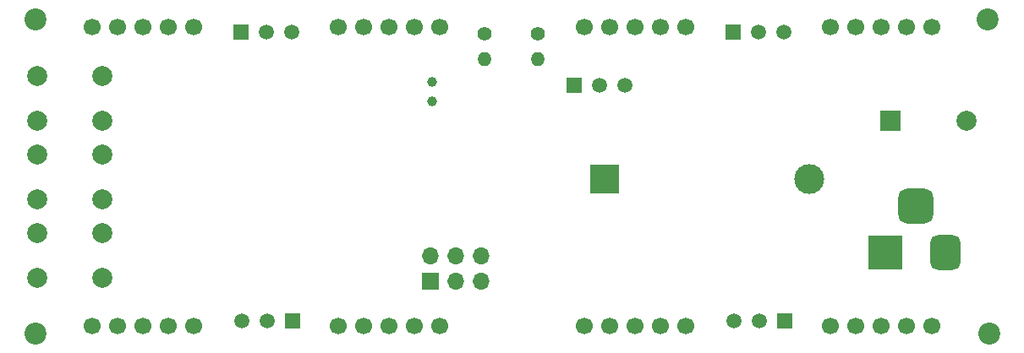
<source format=gbr>
%TF.GenerationSoftware,KiCad,Pcbnew,(6.0.4)*%
%TF.CreationDate,2022-04-24T19:44:18+02:00*%
%TF.ProjectId,fancy-clock,66616e63-792d-4636-9c6f-636b2e6b6963,rev 1.0*%
%TF.SameCoordinates,Original*%
%TF.FileFunction,Soldermask,Bot*%
%TF.FilePolarity,Negative*%
%FSLAX46Y46*%
G04 Gerber Fmt 4.6, Leading zero omitted, Abs format (unit mm)*
G04 Created by KiCad (PCBNEW (6.0.4)) date 2022-04-24 19:44:18*
%MOMM*%
%LPD*%
G01*
G04 APERTURE LIST*
G04 Aperture macros list*
%AMRoundRect*
0 Rectangle with rounded corners*
0 $1 Rounding radius*
0 $2 $3 $4 $5 $6 $7 $8 $9 X,Y pos of 4 corners*
0 Add a 4 corners polygon primitive as box body*
4,1,4,$2,$3,$4,$5,$6,$7,$8,$9,$2,$3,0*
0 Add four circle primitives for the rounded corners*
1,1,$1+$1,$2,$3*
1,1,$1+$1,$4,$5*
1,1,$1+$1,$6,$7*
1,1,$1+$1,$8,$9*
0 Add four rect primitives between the rounded corners*
20,1,$1+$1,$2,$3,$4,$5,0*
20,1,$1+$1,$4,$5,$6,$7,0*
20,1,$1+$1,$6,$7,$8,$9,0*
20,1,$1+$1,$8,$9,$2,$3,0*%
G04 Aperture macros list end*
%ADD10C,2.200000*%
%ADD11R,1.500000X1.500000*%
%ADD12C,1.500000*%
%ADD13C,1.000000*%
%ADD14R,3.500000X3.500000*%
%ADD15RoundRect,0.750000X0.750000X1.000000X-0.750000X1.000000X-0.750000X-1.000000X0.750000X-1.000000X0*%
%ADD16RoundRect,0.875000X0.875000X0.875000X-0.875000X0.875000X-0.875000X-0.875000X0.875000X-0.875000X0*%
%ADD17R,1.700000X1.700000*%
%ADD18O,1.700000X1.700000*%
%ADD19C,2.000000*%
%ADD20C,1.400000*%
%ADD21O,1.400000X1.400000*%
%ADD22R,3.000000X3.000000*%
%ADD23C,3.000000*%
%ADD24R,2.000000X2.000000*%
%ADD25C,1.700000*%
G04 APERTURE END LIST*
D10*
%TO.C,REF\u002A\u002A*%
X106299000Y-91948000D03*
%TD*%
D11*
%TO.C,Q1*%
X132080000Y-90699000D03*
D12*
X129540000Y-90699000D03*
X127000000Y-90699000D03*
%TD*%
D13*
%TO.C,Y1*%
X146007000Y-68641000D03*
X146007000Y-66741000D03*
%TD*%
D10*
%TO.C,REF\u002A\u002A*%
X201676000Y-60452000D03*
%TD*%
D11*
%TO.C,Q5*%
X160274000Y-67035000D03*
D12*
X162814000Y-67035000D03*
X165354000Y-67035000D03*
%TD*%
D14*
%TO.C,J2*%
X191437000Y-83821000D03*
D15*
X197437000Y-83821000D03*
D16*
X194437000Y-79121000D03*
%TD*%
D11*
%TO.C,Q3*%
X181356000Y-90678000D03*
D12*
X178816000Y-90678000D03*
X176276000Y-90678000D03*
%TD*%
D10*
%TO.C,REF\u002A\u002A*%
X106299000Y-60452000D03*
%TD*%
D17*
%TO.C,J1*%
X145864000Y-86722000D03*
D18*
X145864000Y-84182000D03*
X148404000Y-86722000D03*
X148404000Y-84182000D03*
X150944000Y-86722000D03*
X150944000Y-84182000D03*
%TD*%
D19*
%TO.C,SW2*%
X106478000Y-74008500D03*
X112978000Y-74008500D03*
X106478000Y-78508500D03*
X112978000Y-78508500D03*
%TD*%
D20*
%TO.C,TH1*%
X151257000Y-61849000D03*
D21*
X151257000Y-64389000D03*
%TD*%
%TO.C,PR1*%
X156591000Y-64389000D03*
D20*
X156591000Y-61849000D03*
%TD*%
D22*
%TO.C,BT1*%
X163261584Y-76454000D03*
D23*
X183751584Y-76454000D03*
%TD*%
D11*
%TO.C,Q4*%
X176149000Y-61701000D03*
D12*
X178689000Y-61701000D03*
X181229000Y-61701000D03*
%TD*%
D19*
%TO.C,SW3*%
X112978000Y-81882500D03*
X106478000Y-81882500D03*
X112978000Y-86382500D03*
X106478000Y-86382500D03*
%TD*%
D10*
%TO.C,REF\u002A\u002A*%
X201803000Y-91948000D03*
%TD*%
D11*
%TO.C,Q2*%
X126873000Y-61701000D03*
D12*
X129413000Y-61701000D03*
X131953000Y-61701000D03*
%TD*%
D24*
%TO.C,BZ1*%
X191907000Y-70612000D03*
D19*
X199507000Y-70612000D03*
%TD*%
%TO.C,SW1*%
X112978000Y-66134500D03*
X106478000Y-66134500D03*
X106478000Y-70634500D03*
X112978000Y-70634500D03*
%TD*%
D25*
%TO.C,U4*%
X136652000Y-61200000D03*
X139192000Y-61200000D03*
X141732000Y-61200000D03*
X144272000Y-61200000D03*
X146812000Y-61200000D03*
X146812000Y-91200000D03*
X144272000Y-91200000D03*
X141732000Y-91200000D03*
X139192000Y-91200000D03*
X136652000Y-91200000D03*
%TD*%
%TO.C,U6*%
X185928000Y-61200000D03*
X188468000Y-61200000D03*
X191008000Y-61200000D03*
X193548000Y-61200000D03*
X196088000Y-61200000D03*
X196088000Y-91200000D03*
X193548000Y-91200000D03*
X191008000Y-91200000D03*
X188468000Y-91200000D03*
X185928000Y-91200000D03*
%TD*%
%TO.C,U5*%
X161290000Y-61200000D03*
X163830000Y-61200000D03*
X166370000Y-61200000D03*
X168910000Y-61200000D03*
X171450000Y-61200000D03*
X171450000Y-91200000D03*
X168910000Y-91200000D03*
X166370000Y-91200000D03*
X163830000Y-91200000D03*
X161290000Y-91200000D03*
%TD*%
%TO.C,U3*%
X112014000Y-61200000D03*
X114554000Y-61200000D03*
X117094000Y-61200000D03*
X119634000Y-61200000D03*
X122174000Y-61200000D03*
X122174000Y-91200000D03*
X119634000Y-91200000D03*
X117094000Y-91200000D03*
X114554000Y-91200000D03*
X112014000Y-91200000D03*
%TD*%
M02*

</source>
